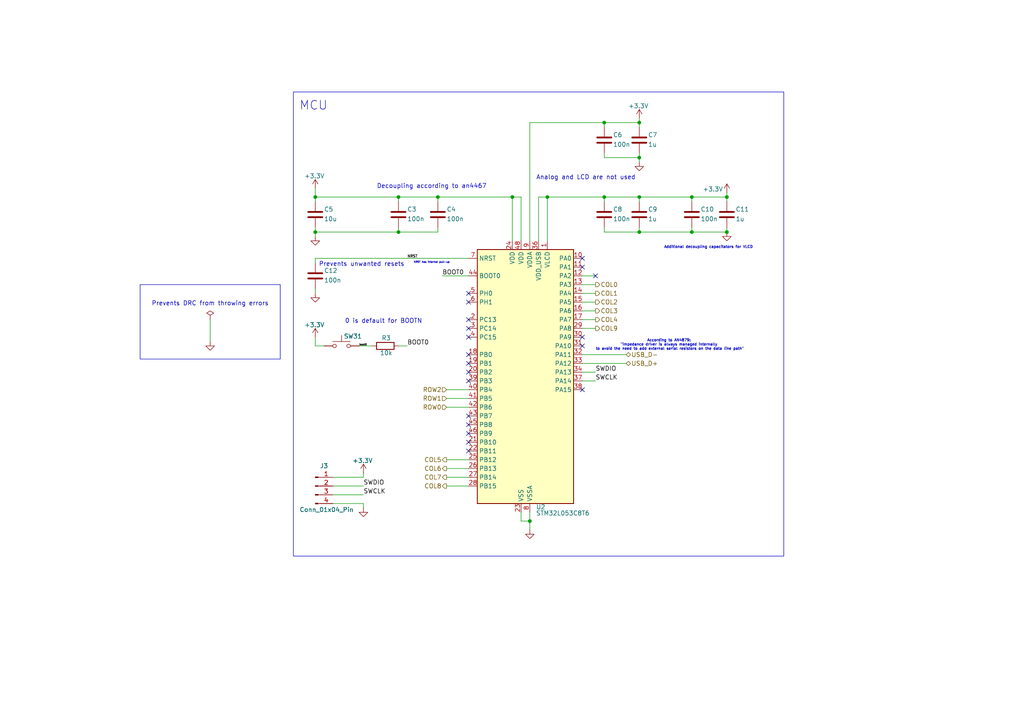
<source format=kicad_sch>
(kicad_sch (version 20231120) (generator "eeschema") (generator_version "8.0")
  (paper "A4")
  (title_block (title "Keyboard based on STM32L0xx") (date "2024-04-28") (rev "0.1") (company "https://github.com/Challmymind"))
  (lib_symbols
    (symbol "Connector:Conn_01x04_Pin" (pin_names (offset 1.016) hide)
      (property "Reference" "J" (at 0 5.08 0))
      (property "Value" "Conn_01x04_Pin" (at 0 -7.62 0))
      (symbol "Conn_01x04_Pin_1_1"
        (polyline (pts (xy 1.27 -5.08) (xy 0.8636 -5.08)) (stroke (width 0.1524)))
        (polyline (pts (xy 1.27 -2.54) (xy 0.8636 -2.54)) (stroke (width 0.1524)))
        (polyline (pts (xy 1.27 0) (xy 0.8636 0)) (stroke (width 0.1524)))
        (polyline (pts (xy 1.27 2.54) (xy 0.8636 2.54)) (stroke (width 0.1524)))
        (rectangle (start 0.8636 -4.953) (end 0 -5.207) (stroke (width 0.1524)) (fill (type outline)))
        (rectangle (start 0.8636 -2.413) (end 0 -2.667) (stroke (width 0.1524)) (fill (type outline)))
        (rectangle (start 0.8636 0.127) (end 0 -0.127) (stroke (width 0.1524)) (fill (type outline)))
        (rectangle (start 0.8636 2.667) (end 0 2.413) (stroke (width 0.1524)) (fill (type outline)))
        (pin passive line (at 5.08 2.54 180) (length 3.81) (name "Pin_1") (number "1"))
        (pin passive line (at 5.08 0 180) (length 3.81) (name "Pin_2") (number "2"))
        (pin passive line (at 5.08 -2.54 180) (length 3.81) (name "Pin_3") (number "3"))
        (pin passive line (at 5.08 -5.08 180) (length 3.81) (name "Pin_4") (number "4"))
      )
    )
    (symbol "Device:C" (pin_numbers hide) (pin_names (offset 0.254))
      (property "Reference" "C" (at 0.635 2.54 0))
      (property "Value" "C" (at 0.635 -2.54 0))
      (symbol "C_0_1"
        (polyline (pts (xy -2.032 -0.762) (xy 2.032 -0.762)) (stroke (width 0.508)))
        (polyline (pts (xy -2.032 0.762) (xy 2.032 0.762)) (stroke (width 0.508)))
      )
      (symbol "C_1_1"
        (pin passive line (at 0 3.81 270) (length 2.794) (name "~") (number "1"))
        (pin passive line (at 0 -3.81 90) (length 2.794) (name "~") (number "2"))
      )
    )
    (symbol "Device:R" (pin_numbers hide) (pin_names (offset 0))
      (property "Reference" "R" (at 2.032 0 90))
      (property "Value" "R" (at 0 0 90))
      (symbol "R_0_1"
        (rectangle (start -1.016 -2.54) (end 1.016 2.54) (stroke (width 0.254)))
      )
      (symbol "R_1_1"
        (pin passive line (at 0 3.81 270) (length 1.27) (name "~") (number "1"))
        (pin passive line (at 0 -3.81 90) (length 1.27) (name "~") (number "2"))
      )
    )
    (symbol "MCU_ST_STM32L0:STM32L053C8Tx"
      (property "Reference" "U" (at -12.7 39.37 0))
      (property "Value" "STM32L053C8Tx" (at 10.16 39.37 0))
      (symbol "STM32L053C8Tx_0_1"
        (rectangle (start -12.7 -35.56) (end 15.24 38.1) (stroke (width 0.254)) (fill (type background)))
      )
      (symbol "STM32L053C8Tx_1_1"
        (pin power_in line (at 7.62 40.64 270) (length 2.54) (name "VLCD") (number "1"))
        (pin bidirectional line (at 17.78 35.56 180) (length 2.54) (name "PA0") (number "10"))
        (pin bidirectional line (at 17.78 33.02 180) (length 2.54) (name "PA1") (number "11"))
        (pin bidirectional line (at 17.78 30.48 180) (length 2.54) (name "PA2") (number "12"))
        (pin bidirectional line (at 17.78 27.94 180) (length 2.54) (name "PA3") (number "13"))
        (pin bidirectional line (at 17.78 25.4 180) (length 2.54) (name "PA4") (number "14"))
        (pin bidirectional line (at 17.78 22.86 180) (length 2.54) (name "PA5") (number "15"))
        (pin bidirectional line (at 17.78 20.32 180) (length 2.54) (name "PA6") (number "16"))
        (pin bidirectional line (at 17.78 17.78 180) (length 2.54) (name "PA7") (number "17"))
        (pin bidirectional line (at -15.24 7.62 0) (length 2.54) (name "PB0") (number "18"))
        (pin bidirectional line (at -15.24 5.08 0) (length 2.54) (name "PB1") (number "19"))
        (pin bidirectional line (at -15.24 17.78 0) (length 2.54) (name "PC13") (number "2"))
        (pin bidirectional line (at -15.24 2.54 0) (length 2.54) (name "PB2") (number "20"))
        (pin bidirectional line (at -15.24 -17.78 0) (length 2.54) (name "PB10") (number "21"))
        (pin bidirectional line (at -15.24 -20.32 0) (length 2.54) (name "PB11") (number "22"))
        (pin power_in line (at 0 -38.1 90) (length 2.54) (name "VSS") (number "23"))
        (pin power_in line (at -2.54 40.64 270) (length 2.54) (name "VDD") (number "24"))
        (pin bidirectional line (at -15.24 -22.86 0) (length 2.54) (name "PB12") (number "25"))
        (pin bidirectional line (at -15.24 -25.4 0) (length 2.54) (name "PB13") (number "26"))
        (pin bidirectional line (at -15.24 -27.94 0) (length 2.54) (name "PB14") (number "27"))
        (pin bidirectional line (at -15.24 -30.48 0) (length 2.54) (name "PB15") (number "28"))
        (pin bidirectional line (at 17.78 15.24 180) (length 2.54) (name "PA8") (number "29"))
        (pin bidirectional line (at -15.24 15.24 0) (length 2.54) (name "PC14") (number "3"))
        (pin bidirectional line (at 17.78 12.7 180) (length 2.54) (name "PA9") (number "30"))
        (pin bidirectional line (at 17.78 10.16 180) (length 2.54) (name "PA10") (number "31"))
        (pin bidirectional line (at 17.78 7.62 180) (length 2.54) (name "PA11") (number "32"))
        (pin bidirectional line (at 17.78 5.08 180) (length 2.54) (name "PA12") (number "33"))
        (pin bidirectional line (at 17.78 2.54 180) (length 2.54) (name "PA13") (number "34"))
        (pin passive line (at 0 -38.1 90) (length 2.54) hide (name "VSS") (number "35"))
        (pin power_in line (at 5.08 40.64 270) (length 2.54) (name "VDD_USB") (number "36"))
        (pin bidirectional line (at 17.78 0 180) (length 2.54) (name "PA14") (number "37"))
        (pin bidirectional line (at 17.78 -2.54 180) (length 2.54) (name "PA15") (number "38"))
        (pin bidirectional line (at -15.24 0 0) (length 2.54) (name "PB3") (number "39"))
        (pin bidirectional line (at -15.24 12.7 0) (length 2.54) (name "PC15") (number "4"))
        (pin bidirectional line (at -15.24 -2.54 0) (length 2.54) (name "PB4") (number "40"))
        (pin bidirectional line (at -15.24 -5.08 0) (length 2.54) (name "PB5") (number "41"))
        (pin bidirectional line (at -15.24 -7.62 0) (length 2.54) (name "PB6") (number "42"))
        (pin bidirectional line (at -15.24 -10.16 0) (length 2.54) (name "PB7") (number "43"))
        (pin input line (at -15.24 30.48 0) (length 2.54) (name "BOOT0") (number "44"))
        (pin bidirectional line (at -15.24 -12.7 0) (length 2.54) (name "PB8") (number "45"))
        (pin bidirectional line (at -15.24 -15.24 0) (length 2.54) (name "PB9") (number "46"))
        (pin passive line (at 0 -38.1 90) (length 2.54) hide (name "VSS") (number "47"))
        (pin power_in line (at 0 40.64 270) (length 2.54) (name "VDD") (number "48"))
        (pin bidirectional line (at -15.24 25.4 0) (length 2.54) (name "PH0") (number "5"))
        (pin bidirectional line (at -15.24 22.86 0) (length 2.54) (name "PH1") (number "6"))
        (pin input line (at -15.24 35.56 0) (length 2.54) (name "NRST") (number "7"))
        (pin power_in line (at 2.54 -38.1 90) (length 2.54) (name "VSSA") (number "8"))
        (pin power_in line (at 2.54 40.64 270) (length 2.54) (name "VDDA") (number "9"))
      )
    )
    (symbol "Switch:SW_Push" (pin_numbers hide) (pin_names (offset 1.016) hide)
      (property "Reference" "SW" (at 1.27 2.54 0))
      (property "Value" "SW_Push" (at 0 -1.524 0))
      (symbol "SW_Push_0_1"
        (circle (center -2.032 0) (radius 0.508))
        (polyline (pts (xy 0 1.27) (xy 0 3.048)))
        (polyline (pts (xy 2.54 1.27) (xy -2.54 1.27)))
        (circle (center 2.032 0) (radius 0.508))
        (pin passive line (at -5.08 0 0) (length 2.54) (name "1") (number "1"))
        (pin passive line (at 5.08 0 180) (length 2.54) (name "2") (number "2"))
      )
    )
    (symbol "power:+3.3V" (power) (pin_numbers hide) (pin_names (offset 0) hide)
      (property "Value" "+3.3V" (at 0 3.556 0))
      (symbol "+3.3V_0_1"
        (polyline (pts (xy -0.762 1.27) (xy 0 2.54)))
        (polyline (pts (xy 0 0) (xy 0 2.54)))
        (polyline (pts (xy 0 2.54) (xy 0.762 1.27)))
      )
      (symbol "+3.3V_1_1"
        (pin power_in line (at 0 0 90) (length 0) (name "~") (number "1"))
      )
    )
    (symbol "power:GND" (power) (pin_numbers hide) (pin_names (offset 0) hide)
      (property "Value" "GND" (at 0 -3.81 0))
      (symbol "GND_0_1"
        (polyline (pts (xy 0 0) (xy 0 -1.27) (xy 1.27 -1.27) (xy 0 -2.54) (xy -1.27 -1.27) (xy 0 -1.27)))
      )
      (symbol "GND_1_1"
        (pin power_in line (at 0 0 270) (length 0) (name "~") (number "1"))
      )
    )
    (symbol "power:PWR_FLAG" (power) (pin_numbers hide) (pin_names (offset 0) hide)
      (property "Value" "PWR_FLAG" (at 0 3.81 0))
      (symbol "PWR_FLAG_0_0"
        (pin power_out line (at 0 0 90) (length 0) (name "~") (number "1"))
      )
      (symbol "PWR_FLAG_0_1"
        (polyline (pts (xy 0 0) (xy 0 1.27) (xy -1.016 1.905) (xy 0 2.54) (xy 1.016 1.905) (xy 0 1.27)))
      )
    )
  )
  (junction (at 200.66 67.31))
  (junction (at 91.44 67.31))
  (junction (at 185.42 57.15))
  (junction (at 200.66 57.15))
  (junction (at 185.42 45.72))
  (junction (at 115.57 67.31))
  (junction (at 153.67 151.13))
  (junction (at 175.26 35.56))
  (junction (at 185.42 35.56))
  (junction (at 210.82 67.31))
  (junction (at 185.42 67.31))
  (junction (at 91.44 57.15))
  (junction (at 115.57 57.15))
  (junction (at 210.82 57.15))
  (junction (at 148.59 57.15))
  (junction (at 158.75 57.15))
  (junction (at 127 57.15))
  (junction (at 175.26 57.15))
  (no_connect (at 135.89 107.95))
  (no_connect (at 135.89 130.81))
  (no_connect (at 135.89 105.41))
  (no_connect (at 168.91 100.33))
  (no_connect (at 168.91 97.79))
  (no_connect (at 172.72 80.01))
  (no_connect (at 135.89 85.09))
  (no_connect (at 168.91 77.47))
  (no_connect (at 135.89 102.87))
  (no_connect (at 135.89 97.79))
  (no_connect (at 135.89 123.19))
  (no_connect (at 168.91 113.03))
  (no_connect (at 135.89 92.71))
  (no_connect (at 135.89 110.49))
  (no_connect (at 135.89 128.27))
  (no_connect (at 135.89 87.63))
  (no_connect (at 135.89 95.25))
  (no_connect (at 168.91 74.93))
  (no_connect (at 135.89 120.65))
  (no_connect (at 135.89 125.73))
  (wire (pts (xy 91.44 97.79) (xy 91.44 100.33)))
  (wire (pts (xy 185.42 67.31) (xy 200.66 67.31)))
  (wire (pts (xy 168.91 105.41) (xy 181.61 105.41)))
  (wire (pts (xy 151.13 148.59) (xy 151.13 151.13)))
  (wire (pts (xy 129.54 113.03) (xy 135.89 113.03)))
  (wire (pts (xy 156.21 69.85) (xy 156.21 57.15)))
  (wire (pts (xy 168.91 85.09) (xy 172.72 85.09)))
  (wire (pts (xy 105.41 137.16) (xy 105.41 138.43)))
  (wire (pts (xy 153.67 35.56) (xy 153.67 69.85)))
  (wire (pts (xy 158.75 57.15) (xy 158.75 69.85)))
  (wire (pts (xy 129.54 115.57) (xy 135.89 115.57)))
  (wire (pts (xy 91.44 74.93) (xy 91.44 76.2)))
  (wire (pts (xy 115.57 57.15) (xy 115.57 58.42)))
  (wire (pts (xy 185.42 35.56) (xy 185.42 36.83)))
  (wire (pts (xy 185.42 34.29) (xy 185.42 35.56)))
  (wire (pts (xy 129.54 133.35) (xy 135.89 133.35)))
  (wire (pts (xy 127 67.31) (xy 127 66.04)))
  (wire (pts (xy 200.66 57.15) (xy 200.66 58.42)))
  (wire (pts (xy 185.42 57.15) (xy 200.66 57.15)))
  (wire (pts (xy 91.44 83.82) (xy 91.44 85.09)))
  (wire (pts (xy 185.42 57.15) (xy 185.42 58.42)))
  (wire (pts (xy 96.52 140.97) (xy 105.41 140.97)))
  (wire (pts (xy 129.54 135.89) (xy 135.89 135.89)))
  (wire (pts (xy 127 57.15) (xy 127 58.42)))
  (wire (pts (xy 128.27 80.01) (xy 135.89 80.01)))
  (wire (pts (xy 105.41 146.05) (xy 105.41 147.32)))
  (wire (pts (xy 91.44 67.31) (xy 115.57 67.31)))
  (wire (pts (xy 153.67 35.56) (xy 175.26 35.56)))
  (wire (pts (xy 185.42 45.72) (xy 185.42 46.99)))
  (wire (pts (xy 168.91 107.95) (xy 172.72 107.95)))
  (wire (pts (xy 168.91 90.17) (xy 172.72 90.17)))
  (wire (pts (xy 91.44 66.04) (xy 91.44 67.31)))
  (wire (pts (xy 96.52 146.05) (xy 105.41 146.05)))
  (wire (pts (xy 151.13 57.15) (xy 148.59 57.15)))
  (wire (pts (xy 60.96 92.71) (xy 60.96 99.06)))
  (wire (pts (xy 91.44 57.15) (xy 115.57 57.15)))
  (wire (pts (xy 129.54 138.43) (xy 135.89 138.43)))
  (wire (pts (xy 153.67 148.59) (xy 153.67 151.13)))
  (wire (pts (xy 115.57 67.31) (xy 115.57 66.04)))
  (wire (pts (xy 151.13 57.15) (xy 151.13 69.85)))
  (wire (pts (xy 168.91 92.71) (xy 172.72 92.71)))
  (wire (pts (xy 127 57.15) (xy 148.59 57.15)))
  (wire (pts (xy 175.26 57.15) (xy 175.26 58.42)))
  (wire (pts (xy 185.42 45.72) (xy 185.42 44.45)))
  (wire (pts (xy 200.66 57.15) (xy 210.82 57.15)))
  (wire (pts (xy 115.57 57.15) (xy 127 57.15)))
  (wire (pts (xy 153.67 151.13) (xy 153.67 153.67)))
  (wire (pts (xy 105.41 138.43) (xy 96.52 138.43)))
  (wire (pts (xy 200.66 67.31) (xy 200.66 66.04)))
  (wire (pts (xy 151.13 151.13) (xy 153.67 151.13)))
  (wire (pts (xy 115.57 100.33) (xy 118.11 100.33)))
  (wire (pts (xy 168.91 102.87) (xy 181.61 102.87)))
  (wire (pts (xy 175.26 66.04) (xy 175.26 67.31)))
  (wire (pts (xy 175.26 45.72) (xy 185.42 45.72)))
  (wire (pts (xy 175.26 35.56) (xy 175.26 36.83)))
  (wire (pts (xy 91.44 100.33) (xy 93.98 100.33)))
  (wire (pts (xy 185.42 66.04) (xy 185.42 67.31)))
  (wire (pts (xy 158.75 57.15) (xy 175.26 57.15)))
  (wire (pts (xy 210.82 66.04) (xy 210.82 67.31)))
  (wire (pts (xy 168.91 110.49) (xy 172.72 110.49)))
  (wire (pts (xy 115.57 67.31) (xy 127 67.31)))
  (wire (pts (xy 168.91 95.25) (xy 172.72 95.25)))
  (wire (pts (xy 91.44 58.42) (xy 91.44 57.15)))
  (wire (pts (xy 156.21 57.15) (xy 158.75 57.15)))
  (wire (pts (xy 168.91 80.01) (xy 172.72 80.01)))
  (wire (pts (xy 168.91 87.63) (xy 172.72 87.63)))
  (wire (pts (xy 210.82 57.15) (xy 210.82 58.42)))
  (wire (pts (xy 185.42 67.31) (xy 175.26 67.31)))
  (wire (pts (xy 210.82 55.88) (xy 210.82 57.15)))
  (wire (pts (xy 91.44 54.61) (xy 91.44 57.15)))
  (wire (pts (xy 104.14 100.33) (xy 107.95 100.33)))
  (wire (pts (xy 175.26 57.15) (xy 185.42 57.15)))
  (wire (pts (xy 129.54 118.11) (xy 135.89 118.11)))
  (wire (pts (xy 168.91 82.55) (xy 172.72 82.55)))
  (wire (pts (xy 129.54 140.97) (xy 135.89 140.97)))
  (wire (pts (xy 175.26 35.56) (xy 185.42 35.56)))
  (wire (pts (xy 148.59 57.15) (xy 148.59 69.85)))
  (wire (pts (xy 96.52 143.51) (xy 105.41 143.51)))
  (wire (pts (xy 210.82 67.31) (xy 200.66 67.31)))
  (wire (pts (xy 91.44 67.31) (xy 91.44 68.58)))
  (wire (pts (xy 91.44 74.93) (xy 135.89 74.93)))
  (wire (pts (xy 175.26 44.45) (xy 175.26 45.72)))
  (rectangle (start 85.09 26.67) (end 227.33 161.29))
  (rectangle (start 40.64 82.55) (end 81.28 104.14))
  (text "Decoupling according to an4467" (at 125.222 54.102 0) (effects (font (size 1.27 1.27))))
  (text "Analog and LCD are not used" (at 169.926 51.562 0) (effects (font (size 1.27 1.27))))
  (text "Prevents unwanted resets" (at 104.902 76.708 0) (effects (font (size 1.27 1.27))))
  (text "Prevents DRC from throwing errors\n" (at 60.96 88.138 0) (effects (font (size 1.27 1.27))))
  (text "According to AN4879: \n\"impedance driver is always managed internally \nto avoid the need to add external serial resistors on the data line path\"" (at 194.31 100.076 0) (effects (font (size 0.762 0.762))))
  (text "0 is default for BOOTN" (at 111.252 93.218 0) (effects (font (size 1.27 1.27))))
  (text "NRST has internal pull-up" (at 125.222 76.2 0) (effects (font (size 0.508 0.508))))
  (text "MCU" (at 90.932 30.734 0) (effects (font (size 2.54 2.54))))
  (text "Additional decoupling capacitators for VLCD\n\n" (at 205.486 72.39 0) (effects (font (size 0.762 0.762))))
  (label "BOOT0" (at 128.27 80.01 0))
  (label "NRST" (at 118.11 74.93 0) (effects (font (size 0.762 0.762))))
  (label "SWCLK" (at 105.41 143.51 0))
  (label "boot0" (at 104.14 100.33 0) (effects (font (size 0.508 0.508))))
  (label "SWCLK" (at 172.72 110.49 0))
  (label "SWDIO" (at 172.72 107.95 0))
  (label "BOOT0" (at 118.11 100.33 0))
  (label "SWDIO" (at 105.41 140.97 0))
  (hierarchical_label "COL0" (shape output) (at 172.72 82.55 0))
  (hierarchical_label "COL6" (shape output) (at 129.54 135.89 180))
  (hierarchical_label "COL7" (shape output) (at 129.54 138.43 180))
  (hierarchical_label "COL2" (shape output) (at 172.72 87.63 0))
  (hierarchical_label "USB_D-" (shape bidirectional) (at 181.61 102.87 0))
  (hierarchical_label "COL5" (shape output) (at 129.54 133.35 180))
  (hierarchical_label "COL8" (shape output) (at 129.54 140.97 180))
  (hierarchical_label "COL3" (shape output) (at 172.72 90.17 0))
  (hierarchical_label "ROW1" (shape input) (at 129.54 115.57 180))
  (hierarchical_label "COL1" (shape output) (at 172.72 85.09 0))
  (hierarchical_label "ROW0" (shape input) (at 129.54 118.11 180))
  (hierarchical_label "COL9" (shape output) (at 172.72 95.25 0))
  (hierarchical_label "COL4" (shape output) (at 172.72 92.71 0))
  (hierarchical_label "ROW2" (shape input) (at 129.54 113.03 180))
  (hierarchical_label "USB_D+" (shape bidirectional) (at 181.61 105.41 0))
  (symbol (lib_id "power:GND") (at 91.44 68.58 0) (unit 1)
    (property "Reference" "#PWR0103" (effects (hide yes)))
    (property "Value" "GND" (effects (hide yes)))
    (property "Description" "Power symbol creates a global label with name \"GND\" , ground" (effects (hide yes)))
  )
  (symbol (lib_id "Device:R") (at 111.76 100.33 90) (unit 1)
    (property "Reference" "R3" (at 112.014 98.044 90))
    (property "Value" "10k" (at 112.014 102.362 90))
    (property "Footprint" "Resistor_SMD:R_0402_1005Metric" (effects (hide yes)))
    (property "Datasheet" " ERJ-U2RD1002X" (effects (hide yes)))
    (property "Description" "Resistor" (effects (hide yes)))
  )
  (symbol (lib_id "power:+3.3V") (at 91.44 54.61 0) (unit 1)
    (property "Reference" "#PWR0102" (effects (hide yes)))
    (property "Value" "+3.3V" (at 91.186 51.054 0))
    (property "Description" "Power symbol creates a global label with name \"+3.3V\"" (effects (hide yes)))
  )
  (symbol (lib_id "Device:C") (at 115.57 62.23 0) (unit 1)
    (property "Reference" "C3" (at 118.11 60.706 0) (effects (justify left)))
    (property "Value" "100n" (at 118.11 63.5 0) (effects (justify left)))
    (property "Footprint" "Capacitor_SMD:C_0402_1005Metric" (effects (hide yes)))
    (property "Datasheet" "MBAST105SB7104KFNA01" (effects (hide yes)))
    (property "Description" "Unpolarized capacitor" (effects (hide yes)))
  )
  (symbol (lib_id "power:GND") (at 91.44 85.09 0) (unit 1)
    (property "Reference" "#PWR0105" (effects (hide yes)))
    (property "Value" "GND" (effects (hide yes)))
    (property "Description" "Power symbol creates a global label with name \"GND\" , ground" (effects (hide yes)))
  )
  (symbol (lib_id "Device:C") (at 175.26 62.23 0) (unit 1)
    (property "Reference" "C8" (at 177.8 60.706 0) (effects (justify left)))
    (property "Value" "100n" (at 177.8 63.5 0) (effects (justify left)))
    (property "Footprint" "Capacitor_SMD:C_0402_1005Metric" (effects (hide yes)))
    (property "Datasheet" "MBAST105SB7104KFNA01" (effects (hide yes)))
    (property "Description" "Unpolarized capacitor" (effects (hide yes)))
  )
  (symbol (lib_id "Connector:Conn_01x04_Pin") (at 91.44 140.97 0) (unit 1)
    (property "Reference" "J3" (at 93.98 135.128 0))
    (property "Value" "Conn_01x04_Pin" (at 94.742 147.828 0))
    (property "Footprint" "Connector_PinHeader_2.54mm:PinHeader_1x04_P2.54mm_Vertical" (effects (hide yes)))
    (property "Description" "Generic connector, single row, 01x04, script generated" (effects (hide yes)))
  )
  (symbol (lib_id "Device:C") (at 210.82 62.23 0) (unit 1)
    (property "Reference" "C11" (at 213.36 60.706 0) (effects (justify left)))
    (property "Value" "1u" (at 213.36 63.5 0) (effects (justify left)))
    (property "Footprint" "Capacitor_SMD:C_0402_1005Metric" (effects (hide yes)))
    (property "Datasheet" "MEASA062PD6105MF1A01" (effects (hide yes)))
    (property "Description" "Unpolarized capacitor" (effects (hide yes)))
  )
  (symbol (lib_id "Device:C") (at 175.26 40.64 0) (unit 1)
    (property "Reference" "C6" (at 177.8 39.116 0) (effects (justify left)))
    (property "Value" "100n" (at 177.8 41.91 0) (effects (justify left)))
    (property "Footprint" "Capacitor_SMD:C_0402_1005Metric" (effects (hide yes)))
    (property "Datasheet" "MBAST105SB7104KFNA01" (effects (hide yes)))
    (property "Description" "Unpolarized capacitor" (effects (hide yes)))
  )
  (symbol (lib_id "power:+3.3V") (at 210.82 55.88 0) (unit 1)
    (property "Reference" "#PWR0111" (effects (hide yes)))
    (property "Value" "+3.3V" (at 206.756 54.864 0))
    (property "Description" "Power symbol creates a global label with name \"+3.3V\"" (effects (hide yes)))
  )
  (symbol (lib_id "Device:C") (at 91.44 62.23 0) (unit 1)
    (property "Reference" "C5" (at 93.98 60.706 0) (effects (justify left)))
    (property "Value" "10u" (at 93.98 63.5 0) (effects (justify left)))
    (property "Footprint" "Capacitor_SMD:C_0603_1608Metric" (effects (hide yes)))
    (property "Datasheet" "MEASJ105CB5106MF1A01" (effects (hide yes)))
    (property "Description" "Unpolarized capacitor" (effects (hide yes)))
  )
  (symbol (lib_id "power:GND") (at 210.82 67.31 0) (unit 1)
    (property "Reference" "#PWR0114" (effects (hide yes)))
    (property "Value" "GND" (effects (hide yes)))
    (property "Description" "Power symbol creates a global label with name \"GND\" , ground" (effects (hide yes)))
  )
  (symbol (lib_id "Device:C") (at 91.44 80.01 0) (unit 1)
    (property "Reference" "C12" (at 93.98 78.486 0) (effects (justify left)))
    (property "Value" "100n" (at 93.98 81.28 0) (effects (justify left)))
    (property "Footprint" "Capacitor_SMD:C_0402_1005Metric" (effects (hide yes)))
    (property "Datasheet" "MBAST105SB7104KFNA01" (effects (hide yes)))
    (property "Description" "Unpolarized capacitor" (effects (hide yes)))
  )
  (symbol (lib_id "power:GND") (at 153.67 153.67 0) (unit 1)
    (property "Reference" "#PWR0110" (effects (hide yes)))
    (property "Value" "GND" (effects (hide yes)))
    (property "Description" "Power symbol creates a global label with name \"GND\" , ground" (effects (hide yes)))
  )
  (symbol (lib_id "Switch:SW_Push") (at 99.06 100.33 0) (unit 1)
    (property "Reference" "SW31" (at 102.362 97.536 0))
    (property "Value" "SW_Push" (effects (hide yes)))
    (property "Footprint" "Diode_SMD:D_0805_2012Metric" (effects (hide yes)))
    (property "Description" "Push button switch, generic, two pins" (effects (hide yes)))
  )
  (symbol (lib_id "power:+3.3V") (at 185.42 34.29 0) (unit 1)
    (property "Reference" "#PWR0112" (effects (hide yes)))
    (property "Value" "+3.3V" (at 185.166 30.734 0))
    (property "Description" "Power symbol creates a global label with name \"+3.3V\"" (effects (hide yes)))
  )
  (symbol (lib_id "Device:C") (at 127 62.23 0) (unit 1)
    (property "Reference" "C4" (at 129.54 60.706 0) (effects (justify left)))
    (property "Value" "100n" (at 129.54 63.5 0) (effects (justify left)))
    (property "Footprint" "Capacitor_SMD:C_0402_1005Metric" (effects (hide yes)))
    (property "Datasheet" "MBAST105SB7104KFNA01" (effects (hide yes)))
    (property "Description" "Unpolarized capacitor" (effects (hide yes)))
  )
  (symbol (lib_id "power:PWR_FLAG") (at 60.96 92.71 0) (unit 1)
    (property "Reference" "#FLG0101" (effects (hide yes)))
    (property "Value" "PWR_FLAG" (effects (hide yes)))
    (property "Description" "Special symbol for telling ERC where power comes from" (effects (hide yes)))
  )
  (symbol (lib_id "power:+3.3V") (at 105.41 137.16 0) (unit 1)
    (property "Reference" "#PWR0108" (effects (hide yes)))
    (property "Value" "+3.3V" (at 105.156 133.604 0))
    (property "Description" "Power symbol creates a global label with name \"+3.3V\"" (effects (hide yes)))
  )
  (symbol (lib_id "Device:C") (at 185.42 40.64 0) (unit 1)
    (property "Reference" "C7" (at 187.96 39.116 0) (effects (justify left)))
    (property "Value" "1u" (at 187.96 41.91 0) (effects (justify left)))
    (property "Footprint" "Capacitor_SMD:C_0402_1005Metric" (effects (hide yes)))
    (property "Datasheet" "MEASA062PD6105MF1A01" (effects (hide yes)))
    (property "Description" "Unpolarized capacitor" (effects (hide yes)))
  )
  (symbol (lib_id "power:GND") (at 105.41 147.32 0) (unit 1)
    (property "Reference" "#PWR0109" (effects (hide yes)))
    (property "Value" "GND" (effects (hide yes)))
    (property "Description" "Power symbol creates a global label with name \"GND\" , ground" (effects (hide yes)))
  )
  (symbol (lib_id "Device:C") (at 200.66 62.23 0) (unit 1)
    (property "Reference" "C10" (at 203.2 60.706 0) (effects (justify left)))
    (property "Value" "100n" (at 203.2 63.5 0) (effects (justify left)))
    (property "Footprint" "Capacitor_SMD:C_0402_1005Metric" (effects (hide yes)))
    (property "Datasheet" "MBAST105SB7104KFNA01" (effects (hide yes)))
    (property "Description" "Unpolarized capacitor" (effects (hide yes)))
  )
  (symbol (lib_id "power:+3.3V") (at 91.44 97.79 0) (unit 1)
    (property "Reference" "#PWR0104" (effects (hide yes)))
    (property "Value" "+3.3V" (at 91.186 94.234 0))
    (property "Description" "Power symbol creates a global label with name \"+3.3V\"" (effects (hide yes)))
  )
  (symbol (lib_id "Device:C") (at 185.42 62.23 0) (unit 1)
    (property "Reference" "C9" (at 187.96 60.706 0) (effects (justify left)))
    (property "Value" "1u" (at 187.96 63.5 0) (effects (justify left)))
    (property "Footprint" "Capacitor_SMD:C_0402_1005Metric" (effects (hide yes)))
    (property "Datasheet" "MEASA062PD6105MF1A01" (effects (hide yes)))
    (property "Description" "Unpolarized capacitor" (effects (hide yes)))
  )
  (symbol (lib_id "MCU_ST_STM32L0:STM32L053C8Tx") (at 151.13 110.49 0) (unit 1)
    (property "Reference" "U2" (at 155.448 147.066 0) (effects (justify left)))
    (property "Value" "STM32L053C8T6" (at 155.448 148.844 0) (effects (justify left)))
    (property "Footprint" "Package_QFP:LQFP-48_7x7mm_P0.5mm" (effects (hide yes)))
    (property "Datasheet" "https://www.st.com/resource/en/datasheet/stm32l053c8.pdf" (effects (hide yes)))
    (property "Description" "STMicroelectronics Arm Cortex-M0+ MCU, 64KB flash, 8KB RAM, 32 MHz, 1.65-3.6V, 37 GPIO, LQFP48" (effects (hide yes)))
  )
  (symbol (lib_id "power:GND") (at 185.42 46.99 0) (unit 1)
    (property "Reference" "#PWR0113" (effects (hide yes)))
    (property "Value" "GND" (effects (hide yes)))
    (property "Description" "Power symbol creates a global label with name \"GND\" , ground" (effects (hide yes)))
  )
  (symbol (lib_id "power:GND") (at 60.96 99.06 0) (unit 1)
    (property "Reference" "#PWR0106" (effects (hide yes)))
    (property "Value" "GND" (effects (hide yes)))
    (property "Description" "Power symbol creates a global label with name \"GND\" , ground" (effects (hide yes)))
  )
)
</source>
